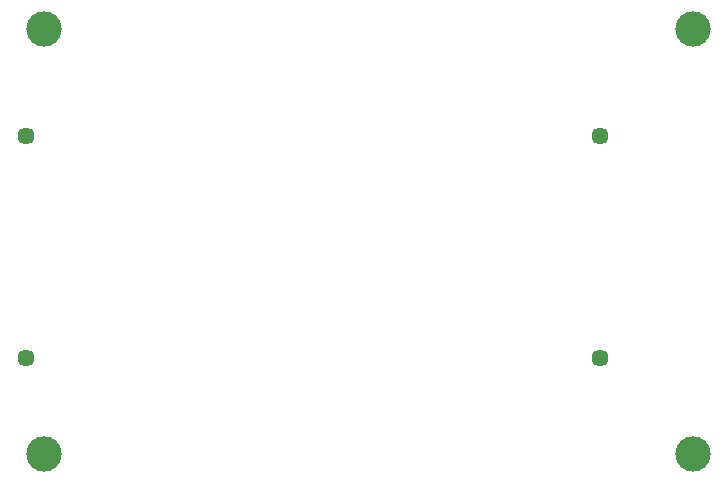
<source format=gbr>
%TF.GenerationSoftware,Altium Limited,Altium Designer,19.0.10 (269)*%
G04 Layer_Color=0*
%FSLAX26Y26*%
%MOIN*%
%TF.FileFunction,NonPlated,1,2,NPTH,Drill*%
%TF.Part,Single*%
G01*
G75*
%TA.AperFunction,ComponentDrill*%
%ADD68C,0.057087*%
%TA.AperFunction,OtherDrill,Pad Free-3 (196.85mil,2007.874mil)*%
%ADD69C,0.118110*%
%TA.AperFunction,OtherDrill,Pad Free-6 (2362.205mil,2007.874mil)*%
%ADD70C,0.118110*%
%TA.AperFunction,OtherDrill,Pad Free-5 (2362.205mil,590.551mil)*%
%ADD71C,0.118110*%
%TA.AperFunction,OtherDrill,Pad Free-4 (196.85mil,590.551mil)*%
%ADD72C,0.118110*%
D68*
X2051181Y909449D02*
D03*
Y1649606D02*
D03*
X137795Y909449D02*
D03*
Y1649606D02*
D03*
D69*
X196850Y2007874D02*
D03*
D70*
X2362205D02*
D03*
D71*
Y590551D02*
D03*
D72*
X196850D02*
D03*
%TF.MD5,c1a56bddf453d12b1ae9d765c1a64dcc*%
M02*

</source>
